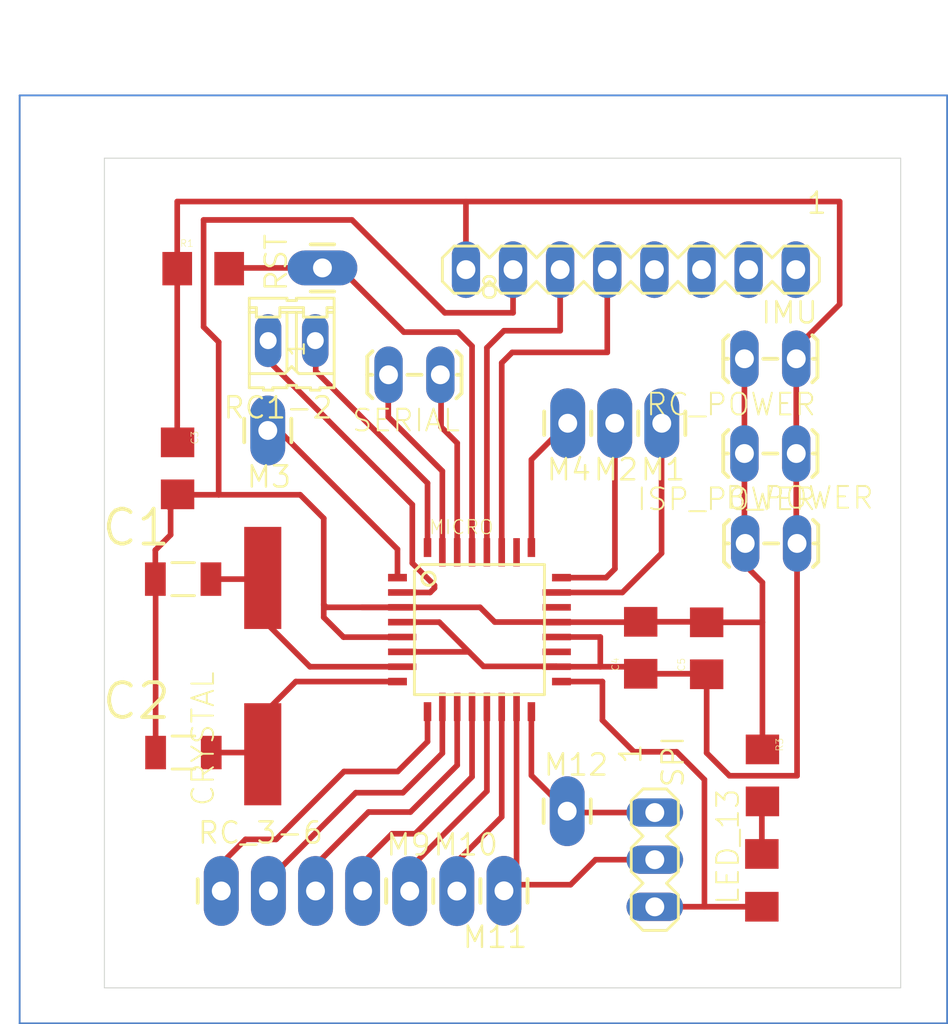
<source format=kicad_pcb>
(kicad_pcb (version 20211014) (generator pcbnew)
  (layers (0 "F.Cu" signal) (31 "B.Cu" signal) (34 "B.Paste" user) (35 "F.Paste" user) (36 "B.SilkS" user "B.Silkscreen") (37 "F.SilkS" user "F.Silkscreen") (38 "B.Mask" user) (39 "F.Mask" user) (44 "Edge.Cuts" user))
  (net 0 "")
  (net 1 "N$2")
  (net 2 "N$9")
  (net 3 "N$3")
  (net 4 "N$27")
  (net 5 "SCL")
  (net 6 "SDA")
  (net 7 "R1")
  (net 8 "R2")
  (net 9 "R3")
  (net 10 "R4")
  (net 11 "R5")
  (net 12 "MISO")
  (net 13 "MOSI")
  (net 14 "SCK")
  (net 15 "GND_B")
  (net 16 "N$25")
  (net 17 "VCC_B")
  (net 18 "R6")
  (net 19 "MA0")
  (net 20 "MA1")
  (net 21 "MA2")
  (net 22 "M3")
  (net 23 "M9")
  (net 24 "M10")
  (net 25 "RX")
  (net 26 "TX")
  (footprint "CAPC3216X178N" (layer "F.Cu") (at 183.3147 63.0664)
    (fp_text reference "C1" (at -4.4958 -1.6764) (layer "F.SilkS") (effects (font (size 1.87452 1.87452) (thickness 0.20828)) (justify left bottom)))
    (fp_text value "22pF")
    (fp_line (start 0.6096 -0.889) (end -0.6096 -0.889) (layer "F.SilkS") (width 0.1524))
    (fp_line (start -0.6096 0.889) (end 0.6096 0.889) (layer "F.SilkS") (width 0.1524))
    (pad "1" smd rect (at -1.4986 0) (size 1.1176 1.8034) (layers "F.Cu" "F.Paste" "F.Mask") (net 15 "GND_B"))
    (pad "2" smd rect (at 1.4986 0) (size 1.1176 1.8034) (layers "F.Cu" "F.Paste" "F.Mask") (net 1 "N$2"))
  )
  (footprint "1X04_LONGPADS" (layer "F.Cu") (at 185.3699 79.8688)
    (fp_text reference "RC_3-6" (at -1.3462 -2.4638) (layer "F.SilkS") (effects (font (size 1.143 1.143) (thickness 0.127)) (justify left bottom)))
    (fp_text value "")
    (fp_line (start -1.27 -0.635) (end -1.27 0.635) (layer "F.SilkS") (width 0.2032))
    (fp_line (start 8.89 -0.635) (end 8.89 0.635) (layer "F.SilkS") (width 0.2032))
    (pad "1" thru_hole oval (at 0 0 90) (size 3.7592 1.8796) (drill 1.016) (layers *.Cu *.Mask) (net 9 "R3"))
    (pad "2" thru_hole oval (at 2.54 0 90) (size 3.7592 1.8796) (drill 1.016) (layers *.Cu *.Mask) (net 10 "R4"))
    (pad "3" thru_hole oval (at 5.08 0 90) (size 3.7592 1.8796) (drill 1.016) (layers *.Cu *.Mask) (net 11 "R5"))
    (pad "4" thru_hole oval (at 7.62 0 90) (size 3.7592 1.8796) (drill 1.016) (layers *.Cu *.Mask) (net 18 "R6"))
  )
  (footprint "CAPC3216X178N" (layer "F.Cu") (at 183.329 72.4104)
    (fp_text reference "C2" (at -4.4958 -1.6764) (layer "F.SilkS") (effects (font (size 1.87452 1.87452) (thickness 0.20828)) (justify left bottom)))
    (fp_text value "22pF")
    (fp_line (start 0.6096 -0.889) (end -0.6096 -0.889) (layer "F.SilkS") (width 0.1524))
    (fp_line (start -0.6096 0.889) (end 0.6096 0.889) (layer "F.SilkS") (width 0.1524))
    (pad "1" smd rect (at -1.4986 0) (size 1.1176 1.8034) (layers "F.Cu" "F.Paste" "F.Mask") (net 15 "GND_B"))
    (pad "2" smd rect (at 1.4986 0) (size 1.1176 1.8034) (layers "F.Cu" "F.Paste" "F.Mask") (net 2 "N$9"))
  )
  (footprint "02P" (layer "F.Cu") (at 189.1665 50.2158 180)
    (fp_text reference "RC1-2" (at -2.286 -2.9464 180) (layer "F.SilkS") (effects (font (size 1.143 1.143) (thickness 0.127)) (justify right top)))
    (fp_text value "")
    (fp_text user "1" (at -0.762 -0.9398 270) (layer "F.SilkS") (effects (font (size 0.871728 0.871728) (thickness 0.118872)) (justify left bottom)))
    (fp_line (start 0.254 2.159) (end 0.254 2.286) (layer "F.SilkS") (width 0.1524))
    (fp_line (start -1.905 1.524) (end -2.286 1.524) (layer "F.SilkS") (width 0.1524))
    (fp_line (start 1.524 -2.54) (end 2.286 -2.54) (layer "F.SilkS") (width 0.1524))
    (fp_line (start 1.524 -2.54) (end 1.524 -2.667) (layer "F.SilkS") (width 0.1524))
    (fp_line (start 2.286 -1.778) (end 2.286 -2.54) (layer "F.SilkS") (width 0.1524))
    (fp_line (start 0.254 -2.413) (end 0.254 -2.54) (layer "F.SilkS") (width 0.1524))
    (fp_line (start 2.286 1.778) (end 1.905 1.778) (layer "F.SilkS") (width 0.1524))
    (fp_line (start -0.254 2.159) (end -0.254 2.286) (layer "F.SilkS") (width 0.1524))
    (fp_line (start 0.635 1.524) (end 0.635 1.27) (layer "F.SilkS") (width 0.1524))
    (fp_line (start 0 -1.397) (end 0.254 -1.651) (layer "F.SilkS") (width 0.1524))
    (fp_line (start -0.635 1.524) (end -0.635 1.27) (layer "F.SilkS") (width 0.1524))
    (fp_line (start 2.286 1.778) (end 2.286 2.286) (layer "F.SilkS") (width 0.1524))
    (fp_line (start -0.635 1.524) (end -0.254 1.524) (layer "F.SilkS") (width 0.1524))
    (fp_line (start 0.635 1.27) (end 1.905 1.27) (layer "F.SilkS") (width 0.1524))
    (fp_line (start -2.286 -1.778) (end -0.381 -1.778) (layer "F.SilkS") (width 0.1524))
    (fp_line (start -1.905 1.778) (end -1.905 1.524) (layer "F.SilkS") (width 0.1524))
    (fp_line (start -2.286 -2.54) (end -2.286 -1.778) (layer "F.SilkS") (width 0.1524))
    (fp_line (start -1.524 -2.54) (end -1.524 -2.667) (layer "F.SilkS") (width 0.1524))
    (fp_line (start -0.254 1.524) (end 0.254 1.524) (layer "F.SilkS") (width 0.1524))
    (fp_line (start 0.254 1.524) (end 0.254 -1.651) (layer "F.SilkS") (width 0.1524))
    (fp_line (start 1.905 1.524) (end 2.286 1.524) (layer "F.SilkS") (width 0.1524))
    (fp_line (start 2.286 1.524) (end 2.286 1.778) (layer "F.SilkS") (width 0.1524))
    (fp_line (start 2.286 2.286) (end 0.254 2.286) (layer "F.SilkS") (width 0.1524))
    (fp_line (start 0.254 -2.413) (end -0.254 -2.413) (layer "F.SilkS") (width 0.1524))
    (fp_line (start -1.016 -2.54) (end -1.016 -2.667) (layer "F.SilkS") (width 0.1524))
    (fp_line (start 0.254 2.159) (end -0.254 2.159) (layer "F.SilkS") (width 0.1524))
    (fp_line (start -2.286 -1.778) (end -2.286 1.524) (layer "F.SilkS") (width 0.1524))
    (fp_line (start 2.286 -1.778) (end 2.286 1.524) (layer "F.SilkS") (width 0.1524))
    (fp_line (start -2.286 1.524) (end -2.286 1.778) (layer "F.SilkS") (width 0.1524))
    (fp_line (start 0.254 -1.651) (end 0.381 -1.778) (layer "F.SilkS") (width 0.1524))
    (fp_line (start -2.286 -2.54) (end -1.524 -2.54) (layer "F.SilkS") (width 0.1524))
    (fp_line (start -0.254 -2.413) (end -0.254 -2.54) (layer "F.SilkS") (width 0.1524))
    (fp_line (start -0.254 2.286) (end -2.286 2.286) (layer "F.SilkS") (width 0.1524))
    (fp_line (start 0.254 -2.54) (end 1.016 -2.54) (layer "F.SilkS") (width 0.1524))
    (fp_line (start 1.905 1.778) (end 1.905 1.524) (layer "F.SilkS") (width 0.1524))
    (fp_line (start -2.286 1.778) (end -1.905 1.778) (layer "F.SilkS") (width 0.1524))
    (fp_line (start -0.635 1.778) (end 0.635 1.778) (layer "F.SilkS") (width 0.1524))
    (fp_line (start 0.635 1.778) (end 0.635 1.524) (layer "F.SilkS") (width 0.1524))
    (fp_line (start -2.286 1.778) (end -2.286 2.286) (layer "F.SilkS") (width 0.1524))
    (fp_line (start 0.381 -1.778) (end 2.286 -1.778) (layer "F.SilkS") (width 0.1524))
    (fp_line (start -0.254 -2.54) (end -1.016 -2.54) (layer "F.SilkS") (width 0.1524))
    (fp_line (start 0.254 1.524) (end 0.635 1.524) (layer "F.SilkS") (width 0.1524))
    (fp_line (start -0.635 1.778) (end -0.635 1.524) (layer "F.SilkS") (width 0.1524))
    (fp_line (start -1.905 1.27) (end -0.635 1.27) (layer "F.SilkS") (width 0.1524))
    (fp_line (start -0.381 -1.778) (end -0.254 -1.651) (layer "F.SilkS") (width 0.1524))
    (fp_line (start -0.254 1.524) (end -0.254 -1.651) (layer "F.SilkS") (width 0.1524))
    (fp_line (start -0.254 -1.651) (end 0 -1.397) (layer "F.SilkS") (width 0.1524))
    (fp_line (start 1.905 1.524) (end 1.905 1.27) (layer "F.SilkS") (width 0.1524))
    (fp_line (start 1.016 -2.54) (end 1.016 -2.667) (layer "F.SilkS") (width 0.1524))
    (fp_line (start -1.905 1.524) (end -1.905 1.27) (layer "F.SilkS") (width 0.1524))
    (fp_line (start -1.016 -2.667) (end -1.524 -2.667) (layer "F.SilkS") (width 0.1524))
    (fp_line (start 1.524 -2.667) (end 1.016 -2.667) (layer "F.SilkS") (width 0.1524))
    (pad "1" thru_hole oval (at -1.27 0 270) (size 2.8448 1.4224) (drill 0.9144) (layers *.Cu *.Mask) (net 7 "R1"))
    (pad "2" thru_hole oval (at 1.27 0 270) (size 2.8448 1.4224) (drill 0.9144) (layers *.Cu *.Mask) (net 8 "R2"))
  )
  (footprint "1X02_LOCK_LONGPADS" (layer "F.Cu") (at 213.7415 61.1432)
    (fp_text reference "B_POWER" (at -1.27 -1.778) (layer "F.SilkS") (effects (font (size 1.1684 1.1684) (thickness 0.1016)) (justify left bottom)))
    (fp_text value "")
    (fp_line (start 1.651 0) (end 0.889 0) (layer "F.SilkS") (width 0.2032))
    (fp_line (start 3.81 0) (end 3.81 -0.9906) (layer "F.SilkS") (width 0.2032))
    (fp_line (start 3.81 0) (end 3.81 0.9906) (layer "F.SilkS") (width 0.2032))
    (fp_line (start 3.81 0.9906) (end 3.5306 1.27) (layer "F.SilkS") (width 0.2032))
    (fp_line (start -1.27 -0.9906) (end -0.9906 -1.27) (layer "F.SilkS") (width 0.2032))
    (fp_line (start -1.27 0) (end -1.27 -0.9906) (layer "F.SilkS") (width 0.2032))
    (fp_line (start -1.27 0) (end -1.016 0) (layer "F.SilkS") (width 0.2032))
    (fp_line (start -1.27 0.9906) (end -0.9906 1.27) (layer "F.SilkS") (width 0.2032))
    (fp_line (start 3.81 0) (end 3.556 0) (layer "F.SilkS") (width 0.2032))
    (fp_line (start 3.81 -0.9906) (end 3.5306 -1.27) (layer "F.SilkS") (width 0.2032))
    (fp_line (start -1.27 0) (end -1.27 0.9906) (layer "F.SilkS") (width 0.2032))
    (pad "1" thru_hole oval (at -0.127 0 90) (size 3.048 1.524) (drill 1.016) (layers *.Cu *.Mask) (net 15 "GND_B"))
    (pad "2" thru_hole oval (at 2.667 0 90) (size 3.048 1.524) (drill 1.016) (layers *.Cu *.Mask) (net 17 "VCC_B"))
  )
  (footprint "1X02_LOCK_LONGPADS" (layer "F.Cu") (at 216.2399 56.2992 180)
    (fp_text reference "ISP_POWER" (at -1.27 -1.778 180) (layer "F.SilkS") (effects (font (size 1.1684 1.1684) (thickness 0.1016)) (justify right top)))
    (fp_text value "")
    (fp_line (start 3.81 0) (end 3.81 -0.9906) (layer "F.SilkS") (width 0.2032))
    (fp_line (start -1.27 0.9906) (end -0.9906 1.27) (layer "F.SilkS") (width 0.2032))
    (fp_line (start -1.27 0) (end -1.016 0) (layer "F.SilkS") (width 0.2032))
    (fp_line (start 3.81 -0.9906) (end 3.5306 -1.27) (layer "F.SilkS") (width 0.2032))
    (fp_line (start 3.81 0) (end 3.81 0.9906) (layer "F.SilkS") (width 0.2032))
    (fp_line (start -1.27 -0.9906) (end -0.9906 -1.27) (layer "F.SilkS") (width 0.2032))
    (fp_line (start 3.81 0) (end 3.556 0) (layer "F.SilkS") (width 0.2032))
    (fp_line (start -1.27 0) (end -1.27 -0.9906) (layer "F.SilkS") (width 0.2032))
    (fp_line (start -1.27 0) (end -1.27 0.9906) (layer "F.SilkS") (width 0.2032))
    (fp_line (start 1.651 0) (end 0.889 0) (layer "F.SilkS") (width 0.2032))
    (fp_line (start 3.81 0.9906) (end 3.5306 1.27) (layer "F.SilkS") (width 0.2032))
    (pad "1" thru_hole oval (at -0.127 0 270) (size 3.048 1.524) (drill 1.016) (layers *.Cu *.Mask) (net 17 "VCC_B"))
    (pad "2" thru_hole oval (at 2.667 0 270) (size 3.048 1.524) (drill 1.016) (layers *.Cu *.Mask) (net 15 "GND_B"))
  )
  (footprint "1206" (layer "F.Cu") (at 211.536 66.7933 90)
    (fp_text reference "C5" (at -1.27 -1.143 90) (layer "F.SilkS") (effects (font (size 0.373888 0.373888) (thickness 0.032512)) (justify left bottom)))
    (fp_text value "100nF")
    (pad "1" smd rect (at -1.4 0 90) (size 1.6 1.8) (layers "F.Cu" "F.Paste" "F.Mask") (net 17 "VCC_B"))
    (pad "2" smd rect (at 1.4 0 90) (size 1.6 1.8) (layers "F.Cu" "F.Paste" "F.Mask") (net 15 "GND_B"))
  )
  (footprint "1X01_LONGPAD" (layer "F.Cu") (at 204.0171 75.5704)
    (fp_text reference "M12" (at -1.3462 -1.8288) (layer "F.SilkS") (effects (font (size 1.143 1.143) (thickness 0.127)) (justify left bottom)))
    (fp_text value "M01PTH_LONGPAD")
    (fp_line (start -1.27 -0.635) (end -1.27 0.635) (layer "F.SilkS") (width 0.2032))
    (fp_line (start 1.27 -0.635) (end 1.27 0.635) (layer "F.SilkS") (width 0.2032))
    (pad "1" thru_hole oval (at 0 0 90) (size 3.7592 1.8796) (drill 1.016) (layers *.Cu *.Mask) (net 12 "MISO"))
  )
  (footprint "MA03-1" (layer "F.Cu") (at 208.7401 78.1834 -90)
    (fp_text reference "SPI" (at -3.81 -1.651 -90) (layer "F.SilkS") (effects (font (size 1.143 1.143) (thickness 0.127)) (justify left bottom)))
    (fp_text value "")
    (fp_text user "1" (at -5.08 0.635 -90) (layer "F.SilkS") (effects (font (size 1.143 1.143) (thickness 0.127)) (justify left bottom)))
    (fp_line (start 3.175 1.27) (end 1.905 1.27) (layer "F.SilkS") (width 0.1524))
    (fp_line (start -3.175 -1.27) (end -1.905 -1.27) (layer "F.SilkS") (width 0.1524))
    (fp_line (start 3.81 0.635) (end 3.175 1.27) (layer "F.SilkS") (width 0.1524))
    (fp_line (start -3.81 -0.635) (end -3.81 0.635) (layer "F.SilkS") (width 0.1524))
    (fp_line (start 3.175 -1.27) (end 3.81 -0.635) (layer "F.SilkS") (width 0.1524))
    (fp_line (start -1.27 -0.635) (end -0.635 -1.27) (layer "F.SilkS") (width 0.1524))
    (fp_line (start 3.81 -0.635) (end 3.81 0.635) (layer "F.SilkS") (width 0.1524))
    (fp_line (start 1.905 1.27) (end 1.27 0.635) (layer "F.SilkS") (width 0.1524))
    (fp_line (start 1.27 0.635) (end 0.635 1.27) (layer "F.SilkS") (width 0.1524))
    (fp_line (start -0.635 -1.27) (end 0.635 -1.27) (layer "F.SilkS") (width 0.1524))
    (fp_line (start -1.905 1.27) (end -3.175 1.27) (layer "F.SilkS") (width 0.1524))
    (fp_line (start -3.81 0.635) (end -3.175 1.27) (layer "F.SilkS") (width 0.1524))
    (fp_line (start -1.27 0.635) (end -1.905 1.27) (layer "F.SilkS") (width 0.1524))
    (fp_line (start 1.27 -0.635) (end 1.905 -1.27) (layer "F.SilkS") (width 0.1524))
    (fp_line (start 0.635 1.27) (end -0.635 1.27) (layer "F.SilkS") (width 0.1524))
    (fp_line (start -3.175 -1.27) (end -3.81 -0.635) (layer "F.SilkS") (width 0.1524))
    (fp_line (start -0.635 1.27) (end -1.27 0.635) (layer "F.SilkS") (width 0.1524))
    (fp_line (start -1.905 -1.27) (end -1.27 -0.635) (layer "F.SilkS") (width 0.1524))
    (fp_line (start 1.905 -1.27) (end 3.175 -1.27) (layer "F.SilkS") (width 0.1524))
    (fp_line (start 0.635 -1.27) (end 1.27 -0.635) (layer "F.SilkS") (width 0.1524))
    (pad "1" thru_hole oval (at -2.54 0) (size 3.048 1.524) (drill 1.016) (layers *.Cu *.Mask) (net 12 "MISO"))
    (pad "2" thru_hole oval (at 0 0) (size 3.048 1.524) (drill 1.016) (layers *.Cu *.Mask) (net 13 "MOSI"))
    (pad "3" thru_hole oval (at 2.54 0) (size 3.048 1.524) (drill 1.016) (layers *.Cu *.Mask) (net 14 "SCK"))
  )
  (footprint "1X01_LONGPAD" (layer "F.Cu") (at 198.069878 79.87441)
    (fp_text reference "M10" (at -1.3462 -1.8288) (layer "F.SilkS") (effects (font (size 1.143 1.143) (thickness 0.127)) (justify left bottom)))
    (fp_text value "M01PTH_LONGPAD")
    (fp_line (start -1.27 -0.635) (end -1.27 0.635) (layer "F.SilkS") (width 0.2032))
    (fp_line (start 1.27 -0.635) (end 1.27 0.635) (layer "F.SilkS") (width 0.2032))
    (pad "1" thru_hole oval (at 0 0 90) (size 3.7592 1.8796) (drill 1.016) (layers *.Cu *.Mask) (net 24 "M10"))
  )
  (footprint "1X01_LONGPAD" (layer "F.Cu") (at 190.8239 46.2992 90)
    (fp_text reference "RST" (at -1.3462 -1.8288 90) (layer "F.SilkS") (effects (font (size 1.143 1.143) (thickness 0.127)) (justify left bottom)))
    (fp_text value "M01PTH_LONGPAD")
    (fp_line (start -1.27 -0.635) (end -1.27 0.635) (layer "F.SilkS") (width 0.2032))
    (fp_line (start 1.27 -0.635) (end 1.27 0.635) (layer "F.SilkS") (width 0.2032))
    (pad "1" thru_hole oval (at 0 0 180) (size 3.7592 1.8796) (drill 1.016) (layers *.Cu *.Mask) (net 3 "N$3"))
  )
  (footprint "1X01_LONGPAD" (layer "F.Cu") (at 206.5823 54.6688 180)
    (fp_text reference "M2" (at -1.3462 -1.8288 180) (layer "F.SilkS") (effects (font (size 1.143 1.143) (thickness 0.127)) (justify right top)))
    (fp_text value "M01PTH_LONGPAD")
    (fp_line (start 1.27 -0.635) (end 1.27 0.635) (layer "F.SilkS") (width 0.2032))
    (fp_line (start -1.27 -0.635) (end -1.27 0.635) (layer "F.SilkS") (width 0.2032))
    (pad "1" thru_hole oval (at 0 0 270) (size 3.7592 1.8796) (drill 1.016) (layers *.Cu *.Mask) (net 20 "MA1"))
  )
  (footprint "1X01_LONGPAD" (layer "F.Cu") (at 200.6097 79.861 180)
    (fp_text reference "M11" (at -1.3462 -1.8288 180) (layer "F.SilkS") (effects (font (size 1.143 1.143) (thickness 0.127)) (justify right top)))
    (fp_text value "M01PTH_LONGPAD")
    (fp_line (start -1.27 -0.635) (end -1.27 0.635) (layer "F.SilkS") (width 0.2032))
    (fp_line (start 1.27 -0.635) (end 1.27 0.635) (layer "F.SilkS") (width 0.2032))
    (pad "1" thru_hole oval (at 0 0 270) (size 3.7592 1.8796) (drill 1.016) (layers *.Cu *.Mask) (net 13 "MOSI"))
  )
  (footprint "MA08-1" (layer "F.Cu") (at 207.4491 46.392 180)
    (fp_text reference "IMU" (at -10.16 -1.651 180) (layer "F.SilkS") (effects (font (size 1.143 1.143) (thickness 0.127)) (justify right top)))
    (fp_text value "")
    (fp_text user "1" (at -9.398 2.921 180) (layer "F.SilkS") (effects (font (size 1.143 1.143) (thickness 0.127)) (justify left bottom)))
    (fp_text user "8" (at 8.255 -1.651 180) (layer "F.SilkS") (effects (font (size 1.143 1.143) (thickness 0.127)) (justify left bottom)))
    (fp_line (start 5.08 0.635) (end 4.445 1.27) (layer "F.SilkS") (width 0.1524))
    (fp_line (start -7.62 0.635) (end -8.255 1.27) (layer "F.SilkS") (width 0.1524))
    (fp_line (start -0.635 -1.27) (end 0 -0.635) (layer "F.SilkS") (width 0.1524))
    (fp_line (start 10.16 0.635) (end 9.525 1.27) (layer "F.SilkS") (width 0.1524))
    (fp_line (start 4.445 -1.27) (end 5.08 -0.635) (layer "F.SilkS") (width 0.1524))
    (fp_line (start 8.255 -1.27) (end 9.525 -1.27) (layer "F.SilkS") (width 0.1524))
    (fp_line (start -5.08 0.635) (end -5.715 1.27) (layer "F.SilkS") (width 0.1524))
    (fp_line (start -10.16 -0.635) (end -10.16 0.635) (layer "F.SilkS") (width 0.1524))
    (fp_line (start 5.715 -1.27) (end 6.985 -1.27) (layer "F.SilkS") (width 0.1524))
    (fp_line (start 4.445 1.27) (end 3.175 1.27) (layer "F.SilkS") (width 0.1524))
    (fp_line (start 3.175 -1.27) (end 4.445 -1.27) (layer "F.SilkS") (width 0.1524))
    (fp_line (start 9.525 1.27) (end 8.255 1.27) (layer "F.SilkS") (width 0.1524))
    (fp_line (start -8.255 1.27) (end -9.525 1.27) (layer "F.SilkS") (width 0.1524))
    (fp_line (start -5.08 -0.635) (end -4.445 -1.27) (layer "F.SilkS") (width 0.1524))
    (fp_line (start -1.905 -1.27) (end -0.635 -1.27) (layer "F.SilkS") (width 0.1524))
    (fp_line (start 1.905 -1.27) (end 2.54 -0.635) (layer "F.SilkS") (width 0.1524))
    (fp_line (start -2.54 0.635) (end -3.175 1.27) (layer "F.SilkS") (width 0.1524))
    (fp_line (start 5.08 -0.635) (end 5.715 -1.27) (layer "F.SilkS") (width 0.1524))
    (fp_line (start 7.62 0.635) (end 6.985 1.27) (layer "F.SilkS") (width 0.1524))
    (fp_line (start -10.16 0.635) (end -9.525 1.27) (layer "F.SilkS") (width 0.1524))
    (fp_line (start -5.715 -1.27) (end -5.08 -0.635) (layer "F.SilkS") (width 0.1524))
    (fp_line (start 8.255 -1.27) (end 7.62 -0.635) (layer "F.SilkS") (width 0.1524))
    (fp_line (start -3.175 -1.27) (end -2.54 -0.635) (layer "F.SilkS") (width 0.1524))
    (fp_line (start 0 0.635) (end 0.635 1.27) (layer "F.SilkS") (width 0.1524))
    (fp_line (start 6.985 1.27) (end 5.715 1.27) (layer "F.SilkS") (width 0.1524))
    (fp_line (start -2.54 0.635) (end -1.905 1.27) (layer "F.SilkS") (width 0.1524))
    (fp_line (start 10.16 -0.635) (end 10.16 0.635) (layer "F.SilkS") (width 0.1524))
    (fp_line (start 2.54 0.635) (end 1.905 1.27) (layer "F.SilkS") (width 0.1524))
    (fp_line (start 0.635 -1.27) (end 0 -0.635) (layer "F.SilkS") (width 0.1524))
    (fp_line (start 2.54 -0.635) (end 3.175 -1.27) (layer "F.SilkS") (width 0.1524))
    (fp_line (start -7.62 -0.635) (end -6.985 -1.27) (layer "F.SilkS") (width 0.1524))
    (fp_line (start -9.525 -1.27) (end -8.255 -1.27) (layer "F.SilkS") (width 0.1524))
    (fp_line (start 3.175 1.27) (end 2.54 0.635) (layer "F.SilkS") (width 0.1524))
    (fp_line (start -6.985 -1.27) (end -5.715 -1.27) (layer "F.SilkS") (width 0.1524))
    (fp_line (start -4.445 -1.27) (end -3.175 -1.27) (layer "F.SilkS") (width 0.1524))
    (fp_line (start -8.255 -1.27) (end -7.62 -0.635) (layer "F.SilkS") (width 0.1524))
    (fp_line (start 5.715 1.27) (end 5.08 0.635) (layer "F.SilkS") (width 0.1524))
    (fp_line (start -0.635 1.27) (end -1.905 1.27) (layer "F.SilkS") (width 0.1524))
    (fp_line (start 7.62 0.635) (end 8.255 1.27) (layer "F.SilkS") (width 0.1524))
    (fp_line (start 0 0.635) (end -0.635 1.27) (layer "F.SilkS") (width 0.1524))
    (fp_line (start -3.175 1.27) (end -4.445 1.27) (layer "F.SilkS") (width 0.1524))
    (fp_line (start 0.635 -1.27) (end 1.905 -1.27) (layer "F.SilkS") (width 0.1524))
    (fp_line (start -9.525 -1.27) (end -10.16 -0.635) (layer "F.SilkS") (width 0.1524))
    (fp_line (start -5.715 1.27) (end -6.985 1.27) (layer "F.SilkS") (width 0.1524))
    (fp_line (start -4.445 1.27) (end -5.08 0.635) (layer "F.SilkS") (width 0.1524))
    (fp_line (start -1.905 -1.27) (end -2.54 -0.635) (layer "F.SilkS") (width 0.1524))
    (fp_line (start 6.985 -1.27) (end 7.62 -0.635) (layer "F.SilkS") (width 0.1524))
    (fp_line (start 9.525 -1.27) (end 10.16 -0.635) (layer "F.SilkS") (width 0.1524))
    (fp_line (start -6.985 1.27) (end -7.62 0.635) (layer "F.SilkS") (width 0.1524))
    (fp_line (start 1.905 1.27) (end 0.635 1.27) (layer "F.SilkS") (width 0.1524))
    (pad "1" thru_hole oval (at -8.89 0 270) (size 3.048 1.524) (drill 1.016) (layers *.Cu *.Mask))
    (pad "2" thru_hole oval (at -6.35 0 270) (size 3.048 1.524) (drill 1.016) (layers *.Cu *.Mask))
    (pad "3" thru_hole oval (at -3.81 0 270) (size 3.048 1.524) (drill 1.016) (layers *.Cu *.Mask))
    (pad "4" thru_hole oval (at -1.27 0 270) (size 3.048 1.524) (drill 1.016) (layers *.Cu *.Mask))
    (pad "5" thru_hole oval (at 1.27 0 270) (size 3.048 1.524) (drill 1.016) (layers *.Cu *.Mask) (net 6 "SDA"))
    (pad "6" thru_hole oval (at 3.81 0 270) (size 3.048 1.524) (drill 1.016) (layers *.Cu *.Mask) (net 5 "SCL"))
    (pad "7" thru_hole oval (at 6.35 0 270) (size 3.048 1.524) (drill 1.016) (layers *.Cu *.Mask) (net 15 "GND_B"))
    (pad "8" thru_hole oval (at 8.89 0 270) (size 3.048 1.524) (drill 1.016) (layers *.Cu *.Mask) (net 17 "VCC_B"))
  )
  (footprint "1206" (layer "F.Cu") (at 214.511203 79.2954 90)
    (fp_text reference "LED_13" (at -1.397 -1.143 90) (layer "F.SilkS") (effects (font (size 1.1684 1.1684) (thickness 0.1016)) (justify left bottom)))
    (fp_text value "YELLOW")
    (pad "1" smd rect (at -1.422 0 90) (size 1.6 1.803) (layers "F.Cu" "F.Paste" "F.Mask") (net 14 "SCK"))
    (pad "2" smd rect (at 1.422 0 90) (size 1.6 1.803) (layers "F.Cu" "F.Paste" "F.Mask") (net 4 "N$27"))
  )
  (footprint "1X01_LONGPAD" (layer "F.Cu") (at 209.1171 54.6688 180)
    (fp_text reference "M1" (at -1.3462 -1.8288 180) (layer "F.SilkS") (effects (font (size 1.143 1.143) (thickness 0.127)) (justify right top)))
    (fp_text value "M01PTH_LONGPAD")
    (fp_line (start 1.27 -0.635) (end 1.27 0.635) (layer "F.SilkS") (width 0.2032))
    (fp_line (start -1.27 -0.635) (end -1.27 0.635) (layer "F.SilkS") (width 0.2032))
    (pad "1" thru_hole oval (at 0 0 270) (size 3.7592 1.8796) (drill 1.016) (layers *.Cu *.Mask) (net 19 "MA0"))
  )
  (footprint "1X01_LONGPAD" (layer "F.Cu") (at 187.877106 55.056513 180)
    (fp_text reference "M3" (at -1.3462 -1.8288 180) (layer "F.SilkS") (effects (font (size 1.143 1.143) (thickness 0.127)) (justify right top)))
    (fp_text value "M01PTH_LONGPAD")
    (fp_line (start -1.27 -0.635) (end -1.27 0.635) (layer "F.SilkS") (width 0.2032))
    (fp_line (start 1.27 -0.635) (end 1.27 0.635) (layer "F.SilkS") (width 0.2032))
    (pad "1" thru_hole oval (at 0 0 270) (size 3.7592 1.8796) (drill 1.016) (layers *.Cu *.Mask) (net 22 "M3"))
  )
  (footprint "CSM-7X-DU" (layer "F.Cu") (at 187.6057 67.7527 90)
    (fp_text reference "CRYSTAL" (at -7.6288 -2.5334 90) (layer "F.SilkS") (effects (font (size 1.1684 1.1684) (thickness 0.1016)) (justify left bottom)))
    (fp_text value "16Mhz")
    (pad "1" smd rect (at -4.75 0 90) (size 5.5 2) (layers "F.Cu" "F.Paste" "F.Mask") (net 2 "N$9"))
    (pad "2" smd rect (at 4.75 0 90) (size 5.5 2) (layers "F.Cu" "F.Paste" "F.Mask") (net 1 "N$2"))
  )
  (footprint "1206" (layer "F.Cu") (at 214.5432 73.6427 -90)
    (fp_text reference "R3" (at -1.27 -1.143 -90) (layer "F.SilkS") (effects (font (size 0.373888 0.373888) (thickness 0.032512)) (justify left bottom)))
    (fp_text value "499")
    (pad "1" smd rect (at -1.4 0 270) (size 1.6 1.8) (layers "F.Cu" "F.Paste" "F.Mask") (net 15 "GND_B"))
    (pad "2" smd rect (at 1.4 0 270) (size 1.6 1.8) (layers "F.Cu" "F.Paste" "F.Mask") (net 4 "N$27"))
  )
  (footprint "1X02_LOCK_LONGPADS" (layer "F.Cu") (at 216.2399 51.1948 180)
    (fp_text reference "RC_POWER" (at -1.27 -1.778 180) (layer "F.SilkS") (effects (font (size 1.1684 1.1684) (thickness 0.1016)) (justify right top)))
    (fp_text value "")
    (fp_line (start 3.81 -0.9906) (end 3.5306 -1.27) (layer "F.SilkS") (width 0.2032))
    (fp_line (start 3.81 0) (end 3.81 0.9906) (layer "F.SilkS") (width 0.2032))
    (fp_line (start 3.81 0) (end 3.81 -0.9906) (layer "F.SilkS") (width 0.2032))
    (fp_line (start 3.81 0) (end 3.556 0) (layer "F.SilkS") (width 0.2032))
    (fp_line (start -1.27 0) (end -1.27 -0.9906) (layer "F.SilkS") (width 0.2032))
    (fp_line (start -1.27 0) (end -1.27 0.9906) (layer "F.SilkS") (width 0.2032))
    (fp_line (start -1.27 0.9906) (end -0.9906 1.27) (layer "F.SilkS") (width 0.2032))
    (fp_line (start 3.81 0.9906) (end 3.5306 1.27) (layer "F.SilkS") (width 0.2032))
    (fp_line (start -1.27 0) (end -1.016 0) (layer "F.SilkS") (width 0.2032))
    (fp_line (start -1.27 -0.9906) (end -0.9906 -1.27) (layer "F.SilkS") (width 0.2032))
    (fp_line (start 1.651 0) (end 0.889 0) (layer "F.SilkS") (width 0.2032))
    (pad "1" thru_hole oval (at -0.127 0 270) (size 3.048 1.524) (drill 1.016) (layers *.Cu *.Mask) (net 17 "VCC_B"))
    (pad "2" thru_hole oval (at 2.667 0 270) (size 3.048 1.524) (drill 1.016) (layers *.Cu *.Mask) (net 15 "GND_B"))
  )
  (footprint "1206" (layer "F.Cu") (at 183.0147 57.0986 -90)
    (fp_text reference "C3" (at -1.27 -1.143 -90) (layer "F.SilkS") (effects (font (size 0.373888 0.373888) (thickness 0.032512)) (justify left bottom)))
    (fp_text value "10uF")
    (pad "1" smd rect (at -1.4 0 270) (size 1.6 1.8) (layers "F.Cu" "F.Paste" "F.Mask") (net 17 "VCC_B"))
    (pad "2" smd rect (at 1.4 0 270) (size 1.6 1.8) (layers "F.Cu" "F.Paste" "F.Mask") (net 15 "GND_B"))
  )
  (footprint "1206" (layer "F.Cu") (at 184.3963 46.3389)
    (fp_text reference "R1" (at -1.27 -1.143) (layer "F.SilkS") (effects (font (size 0.373888 0.373888) (thickness 0.032512)) (justify left bottom)))
    (fp_text value "10k")
    (pad "1" smd rect (at -1.4 0) (size 1.6 1.8) (layers "F.Cu" "F.Paste" "F.Mask") (net 17 "VCC_B"))
    (pad "2" smd rect (at 1.4 0) (size 1.6 1.8) (layers "F.Cu" "F.Paste" "F.Mask") (net 3 "N$3"))
  )
  (footprint "1X01_LONGPAD" (layer "F.Cu") (at 195.528915 79.87776)
    (fp_text reference "M9" (at -1.3462 -1.8288) (layer "F.SilkS") (effects (font (size 1.143 1.143) (thickness 0.127)) (justify left bottom)))
    (fp_text value "M01PTH_LONGPAD")
    (fp_line (start -1.27 -0.635) (end -1.27 0.635) (layer "F.SilkS") (width 0.2032))
    (fp_line (start 1.27 -0.635) (end 1.27 0.635) (layer "F.SilkS") (width 0.2032))
    (pad "1" thru_hole oval (at 0 0 90) (size 3.7592 1.8796) (drill 1.016) (layers *.Cu *.Mask) (net 23 "M9"))
  )
  (footprint "TQFP32-08" (layer "F.Cu") (at 199.2884 65.786)
    (fp_text reference "MICRO" (at -2.7686 -5.08) (layer "F.SilkS") (effects (font (size 0.747776 0.747776) (thickness 0.065024)) (justify left bottom)))
    (fp_text value "ATMEGA328P-AU")
    (fp_line (start 3.505 3.505) (end -3.505 3.505) (layer "F.SilkS") (width 0.1524))
    (fp_line (start -3.15 -3.505) (end 3.505 -3.505) (layer "F.SilkS") (width 0.1524))
    (fp_line (start 3.505 -3.505) (end 3.505 3.505) (layer "F.SilkS") (width 0.1524))
    (fp_line (start -3.15 -3.505) (end -3.505 -3.15) (layer "F.SilkS") (width 0.1524))
    (fp_line (start -3.505 3.505) (end -3.505 -3.15) (layer "F.SilkS") (width 0.1524))
    (fp_circle (center -2.7432 -2.7432) (end -2.384 -2.7432) (layer "F.SilkS") (width 0.1524) (fill none))
    (pad "1" smd rect (at -4.4196 -2.8) (size 1.016 0.4064) (layers "F.Cu" "F.Paste" "F.Mask") (net 22 "M3"))
    (pad "2" smd rect (at -4.1656 -2) (size 1.524 0.3556) (layers "F.Cu" "F.Paste" "F.Mask") (net 8 "R2"))
    (pad "3" smd rect (at -4.1656 -1.2) (size 1.524 0.3556) (layers "F.Cu" "F.Paste" "F.Mask") (net 15 "GND_B"))
    (pad "4" smd rect (at -4.1656 -0.4) (size 1.524 0.3556) (layers "F.Cu" "F.Paste" "F.Mask") (net 17 "VCC_B"))
    (pad "5" smd rect (at -4.1656 0.4) (size 1.524 0.3556) (layers "F.Cu" "F.Paste" "F.Mask") (net 15 "GND_B"))
    (pad "6" smd rect (at -4.1656 1.2) (size 1.524 0.3556) (layers "F.Cu" "F.Paste" "F.Mask") (net 17 "VCC_B"))
    (pad "7" smd rect (at -4.1656 2) (size 1.524 0.3556) (layers "F.Cu" "F.Paste" "F.Mask") (net 1 "N$2"))
    (pad "8" smd rect (at -4.4196 2.8) (size 1.016 0.4064) (layers "F.Cu" "F.Paste" "F.Mask") (net 2 "N$9"))
    (pad "9" smd rect (at -2.8 4.4196) (size 0.4064 1.016) (layers "F.Cu" "F.Paste" "F.Mask") (net 9 "R3"))
    (pad "10" smd rect (at -2 4.1656) (size 0.3556 1.524) (layers "F.Cu" "F.Paste" "F.Mask") (net 10 "R4"))
    (pad "11" smd rect (at -1.2 4.1656) (size 0.3556 1.524) (layers "F.Cu" "F.Paste" "F.Mask") (net 11 "R5"))
    (pad "12" smd rect (at -0.4 4.1656) (size 0.3556 1.524) (layers "F.Cu" "F.Paste" "F.Mask") (net 18 "R6"))
    (pad "13" smd rect (at 0.4 4.1656) (size 0.3556 1.524) (layers "F.Cu" "F.Paste" "F.Mask") (net 23 "M9"))
    (pad "14" smd rect (at 1.2 4.1656) (size 0.3556 1.524) (layers "F.Cu" "F.Paste" "F.Mask") (net 24 "M10"))
    (pad "15" smd rect (at 2 4.1656) (size 0.3556 1.524) (layers "F.Cu" "F.Paste" "F.Mask") (net 13 "MOSI"))
    (pad "16" smd rect (at 2.8 4.4196) (size 0.4064 1.016) (layers "F.Cu" "F.Paste" "F.Mask") (net 12 "MISO"))
    (pad "17" smd rect (at 4.4196 2.8) (size 1.016 0.4064) (layers "F.Cu" "F.Paste" "F.Mask") (net 14 "SCK"))
    (pad "18" smd rect (at 4.1656 2) (size 1.524 0.3556) (layers "F.Cu" "F.Paste" "F.Mask") (net 17 "VCC_B"))
    (pad "19" smd rect (at 4.1656 1.2) (size 1.524 0.3556) (layers "F.Cu" "F.Paste" "F.Mask"))
    (pad "20" smd rect (at 4.1656 0.4) (size 1.524 0.3556) (layers "F.Cu" "F.Paste" "F.Mask") (net 17 "VCC_B"))
    (pad "21" smd rect (at 4.1656 -0.4) (size 1.524 0.3556) (layers "F.Cu" "F.Paste" "F.Mask") (net 15 "GND_B"))
    (pad "22" smd rect (at 4.1656 -1.2) (size 1.524 0.3556) (layers "F.Cu" "F.Paste" "F.Mask"))
    (pad "23" smd rect (at 4.1656 -2) (size 1.524 0.3556) (layers "F.Cu" "F.Paste" "F.Mask") (net 19 "MA0"))
    (pad "24" smd rect (at 4.4196 -2.8) (size 1.016 0.4064) (layers "F.Cu" "F.Paste" "F.Mask") (net 20 "MA1"))
    (pad "25" smd rect (at 2.8 -4.4196) (size 0.4064 1.016) (layers "F.Cu" "F.Paste" "F.Mask") (net 21 "MA2"))
    (pad "26" smd rect (at 2 -4.1656) (size 0.3556 1.524) (layers "F.Cu" "F.Paste" "F.Mask"))
    (pad "27" smd rect (at 1.2 -4.1656) (size 0.3556 1.524) (layers "F.Cu" "F.Paste" "F.Mask") (net 6 "SDA"))
    (pad "28" smd rect (at 0.4 -4.1656) (size 0.3556 1.524) (layers "F.Cu" "F.Paste" "F.Mask") (net 5 "SCL"))
    (pad "29" smd rect (at -0.4 -4.1656) (size 0.3556 1.524) (layers "F.Cu" "F.Paste" "F.Mask") (net 3 "N$3"))
    (pad "30" smd rect (at -1.2 -4.1656) (size 0.3556 1.524) (layers "F.Cu" "F.Paste" "F.Mask") (net 25 "RX"))
    (pad "31" smd rect (at -2 -4.1656) (size 0.3556 1.524) (layers "F.Cu" "F.Paste" "F.Mask") (net 26 "TX"))
    (pad "32" smd rect (at -2.8 -4.4196) (size 0.4064 1.016) (layers "F.Cu" "F.Paste" "F.Mask") (net 7 "R1"))
  )
  (footprint "1206" (layer "F.Cu") (at 207.981 66.7663 90)
    (fp_text reference "C4" (at -1.27 -1.143 90) (layer "F.SilkS") (effects (font (size 0.373888 0.373888) (thickness 0.032512)) (justify left bottom)))
    (fp_text value "1uF")
    (pad "1" smd rect (at -1.4 0 90) (size 1.6 1.8) (layers "F.Cu" "F.Paste" "F.Mask") (net 17 "VCC_B"))
    (pad "2" smd rect (at 1.4 0 90) (size 1.6 1.8) (layers "F.Cu" "F.Paste" "F.Mask") (net 15 "GND_B"))
  )
  (footprint "1X01_LONGPAD" (layer "F.Cu") (at 204.0475 54.6688 180)
    (fp_text reference "M4" (at -1.3462 -1.8288 180) (layer "F.SilkS") (effects (font (size 1.143 1.143) (thickness 0.127)) (justify right top)))
    (fp_text value "M01PTH_LONGPAD")
    (fp_line (start -1.27 -0.635) (end -1.27 0.635) (layer "F.SilkS") (width 0.2032))
    (fp_line (start 1.27 -0.635) (end 1.27 0.635) (layer "F.SilkS") (width 0.2032))
    (pad "1" thru_hole oval (at 0 0 270) (size 3.7592 1.8796) (drill 1.016) (layers *.Cu *.Mask) (net 21 "MA2"))
  )
  (footprint "1X02_LOCK_LONGPADS" (layer "F.Cu") (at 197.0533 52.0567 180)
    (fp_text reference "SERIAL" (at -1.27 -1.778 180) (layer "F.SilkS") (effects (font (size 1.1684 1.1684) (thickness 0.1016)) (justify right top)))
    (fp_text value "")
    (fp_line (start -1.27 0) (end -1.27 0.9906) (layer "F.SilkS") (width 0.2032))
    (fp_line (start 3.81 -0.9906) (end 3.5306 -1.27) (layer "F.SilkS") (width 0.2032))
    (fp_line (start 3.81 0) (end 3.556 0) (layer "F.SilkS") (width 0.2032))
    (fp_line (start -1.27 0.9906) (end -0.9906 1.27) (layer "F.SilkS") (width 0.2032))
    (fp_line (start 3.81 0) (end 3.81 0.9906) (layer "F.SilkS") (width 0.2032))
    (fp_line (start -1.27 -0.9906) (end -0.9906 -1.27) (layer "F.SilkS") (width 0.2032))
    (fp_line (start 3.81 0) (end 3.81 -0.9906) (layer "F.SilkS") (width 0.2032))
    (fp_line (start -1.27 0) (end -1.27 -0.9906) (layer "F.SilkS") (width 0.2032))
    (fp_line (start 3.81 0.9906) (end 3.5306 1.27) (layer "F.SilkS") (width 0.2032))
    (fp_line (start 1.651 0) (end 0.889 0) (layer "F.SilkS") (width 0.2032))
    (fp_line (start -1.27 0) (end -1.016 0) (layer "F.SilkS") (width 0.2032))
    (pad "1" thru_hole oval (at -0.127 0 270) (size 3.048 1.524) (drill 1.016) (layers *.Cu *.Mask) (net 25 "RX"))
    (pad "2" thru_hole oval (at 2.667 0 270) (size 3.048 1.524) (drill 1.016) (layers *.Cu *.Mask) (net 26 "TX"))
  )
  (gr_line (start 179.07 40.386) (end 179.07 85.09) (layer "Edge.Cuts") (width 0.05))
  (gr_line (start 221.996 40.386) (end 179.07 40.386) (layer "Edge.Cuts") (width 0.05))
  (gr_line (start 179.07 85.09) (end 221.996 85.09) (layer "Edge.Cuts") (width 0.05))
  (gr_line (start 221.996 85.09) (end 221.996 40.386) (layer "Edge.Cuts") (width 0.05))
  (segment (start 187.6425 63.0395) (end 187.6057 63.0027) (width 0.3048) (layer "F.Cu") (net 1))
  (segment (start 187.6057 63.0664) (end 187.6057 63.0027) (width 0.3048) (layer "F.Cu") (net 1))
  (segment (start 187.6425 65.278) (end 187.6425 63.0395) (width 0.3048) (layer "F.Cu") (net 1))
  (segment (start 184.8133 63.0664) (end 187.6057 63.0664) (width 0.3048) (layer "F.Cu") (net 1))
  (segment (start 190.1505 67.786) (end 187.6425 65.278) (width 0.3048) (layer "F.Cu") (net 1))
  (segment (start 195.1228 67.786) (end 190.1505 67.786) (width 0.3048) (layer "F.Cu") (net 1))
  (segment (start 184.8276 72.4104) (end 187.6057 72.4104) (width 0.3048) (layer "F.Cu") (net 2))
  (segment (start 187.6057 72.4104) (end 187.6057 72.5027) (width 0.3048) (layer "F.Cu") (net 2))
  (segment (start 187.6425 70.3326) (end 187.6425 72.4659) (width 0.3048) (layer "F.Cu") (net 2))
  (segment (start 194.8688 68.586) (end 189.3891 68.586) (width 0.3048) (layer "F.Cu") (net 2))
  (segment (start 189.3891 68.586) (end 187.6425 70.3326) (width 0.3048) (layer "F.Cu") (net 2))
  (segment (start 187.6425 72.4659) (end 187.6057 72.5027) (width 0.3048) (layer "F.Cu") (net 2))
  (segment (start 191.7573 46.3042) (end 190.8289 46.3042) (width 0.3048) (layer "F.Cu") (net 3))
  (segment (start 190.8289 46.3042) (end 190.8239 46.2992) (width 0.3048) (layer "F.Cu") (net 3))
  (segment (start 198.8884 61.6204) (end 198.8884 50.5143) (width 0.3048) (layer "F.Cu") (net 3))
  (segment (start 195.2117 49.7586) (end 191.7573 46.3042) (width 0.3048) (layer "F.Cu") (net 3))
  (segment (start 198.8884 50.5143) (end 198.1327 49.7586) (width 0.3048) (layer "F.Cu") (net 3))
  (segment (start 185.7963 46.3389) (end 185.7963 46.2992) (width 0.3048) (layer "F.Cu") (net 3))
  (segment (start 198.1327 49.7586) (end 195.2117 49.7586) (width 0.3048) (layer "F.Cu") (net 3))
  (segment (start 185.7963 46.2992) (end 190.8239 46.2992) (width 0.3048) (layer "F.Cu") (net 3))
  (segment (start 214.511203 75.0427) (end 214.511203 77.8734) (width 0.3048) (layer "F.Cu") (net 4))
  (segment (start 214.5432 75.0427) (end 214.511203 75.0427) (width 0.3048) (layer "F.Cu") (net 4))
  (segment (start 203.6391 49.6824) (end 203.6391 46.392) (width 0.3048) (layer "F.Cu") (net 5))
  (segment (start 199.6884 50.6022) (end 200.6082 49.6824) (width 0.3048) (layer "F.Cu") (net 5))
  (segment (start 200.6082 49.6824) (end 203.6391 49.6824) (width 0.3048) (layer "F.Cu") (net 5))
  (segment (start 199.6884 61.6204) (end 199.6884 50.6022) (width 0.3048) (layer "F.Cu") (net 5))
  (segment (start 206.2099 46.392) (end 206.1791 46.392) (width 0.3048) (layer "F.Cu") (net 6))
  (segment (start 201.0537 50.8508) (end 206.1791 50.8508) (width 0.3048) (layer "F.Cu") (net 6))
  (segment (start 200.4884 51.4161) (end 201.0537 50.8508) (width 0.3048) (layer "F.Cu") (net 6))
  (segment (start 206.1791 50.8508) (end 206.1791 46.392) (width 0.3048) (layer "F.Cu") (net 6))
  (segment (start 200.4884 61.6204) (end 200.4884 51.4161) (width 0.3048) (layer "F.Cu") (net 6))
  (segment (start 196.4884 57.8933) (end 190.4619 51.8668) (width 0.3048) (layer "F.Cu") (net 7))
  (segment (start 190.4619 50.2158) (end 190.4365 50.2158) (width 0.3048) (layer "F.Cu") (net 7))
  (segment (start 196.4884 61.3664) (end 196.4884 57.8933) (width 0.3048) (layer "F.Cu") (net 7))
  (segment (start 190.4619 51.8668) (end 190.4619 50.2158) (width 0.3048) (layer "F.Cu") (net 7))
  (segment (start 196.6275 63.786) (end 196.8627 63.5508) (width 0.3048) (layer "F.Cu") (net 8))
  (segment (start 196.8627 63.5508) (end 196.8627 63.3984) (width 0.3048) (layer "F.Cu") (net 8))
  (segment (start 195.6689 59.055) (end 187.9219 51.308) (width 0.3048) (layer "F.Cu") (net 8))
  (segment (start 195.1228 63.786) (end 196.6275 63.786) (width 0.3048) (layer "F.Cu") (net 8))
  (segment (start 196.8627 63.3984) (end 195.6689 62.2046) (width 0.3048) (layer "F.Cu") (net 8))
  (segment (start 195.6689 62.2046) (end 195.6689 59.055) (width 0.3048) (layer "F.Cu") (net 8))
  (segment (start 187.9219 51.308) (end 187.9219 50.2158) (width 0.3048) (layer "F.Cu") (net 8))
  (segment (start 187.9219 50.2158) (end 187.8965 50.2158) (width 0.3048) (layer "F.Cu") (net 8))
  (segment (start 196.4884 70.2056) (end 196.4884 71.8245) (width 0.3048) (layer "F.Cu") (net 9))
  (segment (start 188.3283 77.089) (end 186.6773 77.089) (width 0.3048) (layer "F.Cu") (net 9))
  (segment (start 185.3819 78.3844) (end 185.3819 79.8568) (width 0.3048) (layer "F.Cu") (net 9))
  (segment (start 191.9859 73.4314) (end 188.3283 77.089) (width 0.3048) (layer "F.Cu") (net 9))
  (segment (start 194.8815 73.4314) (end 191.9859 73.4314) (width 0.3048) (layer "F.Cu") (net 9))
  (segment (start 196.4884 71.8245) (end 194.8815 73.4314) (width 0.3048) (layer "F.Cu") (net 9))
  (segment (start 185.3819 79.8568) (end 185.3699 79.8688) (width 0.3048) (layer "F.Cu") (net 9))
  (segment (start 186.6773 77.089) (end 185.3819 78.3844) (width 0.3048) (layer "F.Cu") (net 9))
  (segment (start 192.6209 74.5744) (end 188.2013 78.994) (width 0.3048) (layer "F.Cu") (net 10))
  (segment (start 188.2013 79.5774) (end 187.9099 79.8688) (width 0.3048) (layer "F.Cu") (net 10))
  (segment (start 188.2013 78.994) (end 188.2013 79.5774) (width 0.3048) (layer "F.Cu") (net 10))
  (segment (start 195.1609 74.5744) (end 192.6209 74.5744) (width 0.3048) (layer "F.Cu") (net 10))
  (segment (start 197.2884 72.4469) (end 195.1609 74.5744) (width 0.3048) (layer "F.Cu") (net 10))
  (segment (start 197.2884 69.9516) (end 197.2884 72.4469) (width 0.3048) (layer "F.Cu") (net 10))
  (segment (start 193.3067 75.6158) (end 190.6143 78.3082) (width 0.3048) (layer "F.Cu") (net 11))
  (segment (start 190.6143 78.3082) (end 190.6143 79.7044) (width 0.3048) (layer "F.Cu") (net 11))
  (segment (start 198.0884 69.9516) (end 198.0884 73.0947) (width 0.3048) (layer "F.Cu") (net 11))
  (segment (start 190.6143 79.7044) (end 190.4499 79.8688) (width 0.3048) (layer "F.Cu") (net 11))
  (segment (start 195.5673 75.6158) (end 193.3067 75.6158) (width 0.3048) (layer "F.Cu") (net 11))
  (segment (start 198.0884 73.0947) (end 195.5673 75.6158) (width 0.3048) (layer "F.Cu") (net 11))
  (segment (start 202.0884 73.6417) (end 204.0171 75.5704) (width 0.3048) (layer "F.Cu") (net 12))
  (segment (start 202.0884 70.2056) (end 202.0884 73.6417) (width 0.3048) (layer "F.Cu") (net 12))
  (segment (start 204.0901 75.6434) (end 204.0171 75.5704) (width 0.3048) (layer "F.Cu") (net 12))
  (segment (start 208.7401 75.6434) (end 204.0901 75.6434) (width 0.3048) (layer "F.Cu") (net 12))
  (segment (start 200.9399 79.5308) (end 200.6097 79.861) (width 0.3048) (layer "F.Cu") (net 13))
  (segment (start 201.2884 69.9516) (end 201.2884 79.861) (width 0.3048) (layer "F.Cu") (net 13))
  (segment (start 205.5495 78.1812) (end 208.7379 78.1812) (width 0.3048) (layer "F.Cu") (net 13))
  (segment (start 204.1999 79.5308) (end 200.9399 79.5308) (width 0.3048) (layer "F.Cu") (net 13))
  (segment (start 204.1999 79.5308) (end 205.5495 78.1812) (width 0.3048) (layer "F.Cu") (net 13))
  (segment (start 201.2884 79.861) (end 200.6097 79.861) (width 0.3048) (layer "F.Cu") (net 13))
  (segment (start 208.7379 78.1812) (end 208.7401 78.1834) (width 0.3048) (layer "F.Cu") (net 13))
  (segment (start 207.6171 72.3704) (end 209.9171 72.3704) (width 0.3048) (layer "F.Cu") (net 14))
  (segment (start 211.4171 80.7174) (end 208.7401 80.7174) (width 0.3048) (layer "F.Cu") (net 14))
  (segment (start 205.9171 68.586) (end 205.9171 70.6704) (width 0.3048) (layer "F.Cu") (net 14))
  (segment (start 203.708 68.586) (end 205.9171 68.586) (width 0.3048) (layer "F.Cu") (net 14))
  (segment (start 209.9171 72.3704) (end 211.4171 73.8704) (width 0.3048) (layer "F.Cu") (net 14))
  (segment (start 208.7401 80.7174) (end 208.7401 80.7234) (width 0.3048) (layer "F.Cu") (net 14))
  (segment (start 211.4171 73.8704) (end 211.4171 80.7174) (width 0.3048) (layer "F.Cu") (net 14))
  (segment (start 214.511203 80.7174) (end 211.4171 80.7174) (width 0.3048) (layer "F.Cu") (net 14))
  (segment (start 205.9171 70.6704) (end 207.6171 72.3704) (width 0.3048) (layer "F.Cu") (net 14))
  (segment (start 195.1228 64.586) (end 191.0399 64.586) (width 0.3048) (layer "F.Cu") (net 15))
  (segment (start 214.5432 65.3933) (end 214.5432 72.2427) (width 0.3048) (layer "F.Cu") (net 15))
  (segment (start 203.454 65.386) (end 207.981 65.386) (width 0.3048) (layer "F.Cu") (net 15))
  (segment (start 200.1139 65.3796) (end 203.4476 65.3796) (width 0.3048) (layer "F.Cu") (net 15))
  (segment (start 211.536 65.3663) (end 211.536 65.3933) (width 0.3048) (layer "F.Cu") (net 15))
  (segment (start 182.6387 59.2762) (end 182.4609 59.0984) (width 0.3048) (layer "F.Cu") (net 15))
  (segment (start 207.981 65.386) (end 207.981 65.3663) (width 0.3048) (layer "F.Cu") (net 15))
  (segment (start 183.0377 58.5216) (end 183.0147 58.4986) (width 0.3048) (layer "F.Cu") (net 15))
  (segment (start 183.0377 58.5216) (end 182.4609 59.0984) (width 0.3048) (layer "F.Cu") (net 15))
  (segment (start 195.1228 66.1924) (end 195.1228 66.186) (width 0.3048) (layer "F.Cu") (net 15))
  (segment (start 197.4215 48.7172) (end 192.4177 43.7134) (width 0.3048) (layer "F.Cu") (net 15))
  (segment (start 181.8161 63.0664) (end 181.8304 63.0664) (width 0.3048) (layer "F.Cu") (net 15))
  (segment (start 191.0399 64.586) (end 190.8937 64.4398) (width 0.3048) (layer "F.Cu") (net 15))
  (segment (start 185.2295 58.5216) (end 183.0377 58.5216) (width 0.3048) (layer "F.Cu") (net 15))
  (segment (start 213.6145 61.1432) (end 213.5729 61.1016) (width 0.3048) (layer "F.Cu") (net 15))
  (segment (start 181.8161 61.5032) (end 182.6387 60.6806) (width 0.3048) (layer "F.Cu") (net 15))
  (segment (start 207.981 65.3663) (end 211.536 65.3663) (width 0.3048) (layer "F.Cu") (net 15))
  (segment (start 191.9605 66.1924) (end 190.8937 65.1256) (width 0.3048) (layer "F.Cu") (net 15))
  (segment (start 214.5432 65.3933) (end 214.5432 63.2481) (width 0.3048) (layer "F.Cu") (net 15))
  (segment (start 189.6237 58.5216) (end 185.2295 58.5216) (width 0.3048) (layer "F.Cu") (net 15))
  (segment (start 190.8937 59.7916) (end 189.6237 58.5216) (width 0.3048) (layer "F.Cu") (net 15))
  (segment (start 182.6387 60.6806) (end 182.6387 59.2762) (width 0.3048) (layer "F.Cu") (net 15))
  (segment (start 184.4167 49.4792) (end 184.4167 43.7134) (width 0.3048) (layer "F.Cu") (net 15))
  (segment (start 203.4476 65.3796) (end 203.454 65.386) (width 0.3048) (layer "F.Cu") (net 15))
  (segment (start 199.3203 64.586) (end 200.1139 65.3796) (width 0.3048) (layer "F.Cu") (net 15))
  (segment (start 214.5432 63.2481) (end 213.6267 62.3316) (width 0.3048) (layer "F.Cu") (net 15))
  (segment (start 195.1228 64.586) (end 199.3203 64.586) (width 0.3048) (layer "F.Cu") (net 15))
  (segment (start 211.536 65.3933) (end 214.5432 65.3933) (width 0.3048) (layer "F.Cu") (net 15))
  (segment (start 195.1228 64.586) (end 192.9511 64.586) (width 0.3048) (layer "F.Cu") (net 15))
  (segment (start 191.9605 66.1924) (end 195.1228 66.1924) (width 0.3048) (layer "F.Cu") (net 15))
  (segment (start 213.5729 56.2992) (end 213.5729 51.1948) (width 0.3048) (layer "F.Cu") (net 15))
  (segment (start 185.2295 50.292) (end 185.2295 58.5216) (width 0.3048) (layer "F.Cu") (net 15))
  (segment (start 201.0991 48.7172) (end 197.4215 48.7172) (width 0.3048) (layer "F.Cu") (net 15))
  (segment (start 213.6267 62.3316) (end 213.6267 61.1554) (width 0.3048) (layer "F.Cu") (net 15))
  (segment (start 213.5729 61.1016) (end 213.5729 56.2992) (width 0.3048) (layer "F.Cu") (net 15))
  (segment (start 190.8937 64.4398) (end 190.8937 59.7916) (width 0.3048) (layer "F.Cu") (net 15))
  (segment (start 184.4167 43.7134) (end 192.4177 43.7134) (width 0.3048) (layer "F.Cu") (net 15))
  (segment (start 190.8937 65.1256) (end 190.8937 64.4398) (width 0.3048) (layer "F.Cu") (net 15))
  (segment (start 213.6267 61.1554) (end 213.6145 61.1432) (width 0.3048) (layer "F.Cu") (net 15))
  (segment (start 181.8161 63.0664) (end 181.8161 61.5032) (width 0.3048) (layer "F.Cu") (net 15))
  (segment (start 181.8304 63.0664) (end 181.8304 72.4104) (width 0.3048) (layer "F.Cu") (net 15))
  (segment (start 185.2295 50.292) (end 184.4167 49.4792) (width 0.3048) (layer "F.Cu") (net 15))
  (segment (start 201.0991 46.392) (end 201.0991 48.7172) (width 0.3048) (layer "F.Cu") (net 15))
  (segment (start 174.5011 37.0036) (end 224.5011 37.0036) (width 0.1) (layer "B.Cu") (net 16))
  (segment (start 224.5011 87.0036) (end 174.5011 87.0036) (width 0.1) (layer "B.Cu") (net 16))
  (segment (start 174.5011 87.0036) (end 174.5011 37.0036) (width 0.1) (layer "B.Cu") (net 16))
  (segment (start 224.5011 37.0036) (end 224.5011 87.0036) (width 0.1) (layer "B.Cu") (net 16))
  (segment (start 182.9963 42.7228) (end 182.9963 46.3389) (width 0.3048) (layer "F.Cu") (net 17))
  (segment (start 216.3669 61.1016) (end 216.3669 56.2992) (width 0.3048) (layer "F.Cu") (net 17))
  (segment (start 182.9963 55.6986) (end 182.9963 46.3389) (width 0.3048) (layer "F.Cu") (net 17))
  (segment (start 211.509 68.1663) (end 211.536 68.1933) (width 0.3048) (layer "F.Cu") (net 17))
  (segment (start 216.3669 56.2992) (end 216.3669 51.1948) (width 0.3048) (layer "F.Cu") (net 17))
  (segment (start 183.0147 55.6986) (end 182.9963 55.6986) (width 0.3048) (layer "F.Cu") (net 17))
  (segment (start 198.5591 42.7228) (end 218.7067 42.7228) (width 0.3048) (layer "F.Cu") (net 17))
  (segment (start 216.4085 61.1432) (end 216.4085 73.66) (width 0.3048) (layer "F.Cu") (net 17))
  (segment (start 203.454 67.786) (end 205.8035 67.786) (width 0.3048) (layer "F.Cu") (net 17))
  (segment (start 207.981 67.786) (end 207.981 68.1663) (width 0.3048) (layer "F.Cu") (net 17))
  (segment (start 199.5043 67.7672) (end 203.4352 67.7672) (width 0.3048) (layer "F.Cu") (net 17))
  (segment (start 195.1228 65.386) (end 197.1231 65.386) (width 0.3048) (layer "F.Cu") (net 17))
  (segment (start 203.4352 67.7672) (end 203.454 67.786) (width 0.3048) (layer "F.Cu") (net 17))
  (segment (start 216.4085 61.1432) (end 216.3669 61.1016) (width 0.3048) (layer "F.Cu") (net 17))
  (segment (start 207.981 68.1663) (end 211.509 68.1663) (width 0.3048) (layer "F.Cu") (net 17))
  (segment (start 211.536 72.4329) (end 211.536 68.1933) (width 0.3048) (layer "F.Cu") (net 17))
  (segment (start 218.7067 48.26) (end 218.7067 42.7228) (width 0.3048) (layer "F.Cu") (net 17))
  (segment (start 203.454 66.186) (end 205.8035 66.186) (width 0.3048) (layer "F.Cu") (net 17))
  (segment (start 205.8035 66.186) (end 205.8035 67.786) (width 0.3048) (layer "F.Cu") (net 17))
  (segment (start 205.8035 67.786) (end 207.981 67.786) (width 0.3048) (layer "F.Cu") (net 17))
  (segment (start 197.1231 65.386) (end 198.7231 66.986) (width 0.3048) (layer "F.Cu") (net 17))
  (segment (start 195.1228 66.986) (end 198.7231 66.986) (width 0.3048) (layer "F.Cu") (net 17))
  (segment (start 216.3669 50.5998) (end 218.7067 48.26) (width 0.3048) (layer "F.Cu") (net 17))
  (segment (start 216.3669 51.1948) (end 216.3669 50.5998) (width 0.3048) (layer "F.Cu") (net 17))
  (segment (start 198.5591 46.392) (end 198.5591 42.7228) (width 0.3048) (layer "F.Cu") (net 17))
  (segment (start 198.7231 66.986) (end 199.5043 67.7672) (width 0.3048) (layer "F.Cu") (net 17))
  (segment (start 216.4085 73.66) (end 212.7631 73.66) (width 0.3048) (layer "F.Cu") (net 17))
  (segment (start 212.7631 73.66) (end 211.536 72.4329) (width 0.3048) (layer "F.Cu") (net 17))
  (segment (start 198.5591 42.7228) (end 182.9963 42.7228) (width 0.3048) (layer "F.Cu") (net 17))
  (segment (start 198.8884 73.7171) (end 195.8213 76.7842) (width 0.3048) (layer "F.Cu") (net 18))
  (segment (start 194.5767 76.7842) (end 193.0273 78.3336) (width 0.3048) (layer "F.Cu") (net 18))
  (segment (start 195.8213 76.7842) (end 194.5767 76.7842) (width 0.3048) (layer "F.Cu") (net 18))
  (segment (start 193.0273 79.8314) (end 192.9899 79.8688) (width 0.3048) (layer "F.Cu") (net 18))
  (segment (start 198.8884 69.9516) (end 198.8884 73.7171) (width 0.3048) (layer "F.Cu") (net 18))
  (segment (start 193.0273 78.3336) (end 193.0273 79.8314) (width 0.3048) (layer "F.Cu") (net 18))
  (segment (start 209.1055 61.6712) (end 209.1055 54.6804) (width 0.3048) (layer "F.Cu") (net 19))
  (segment (start 206.9907 63.786) (end 209.1055 61.6712) (width 0.3048) (layer "F.Cu") (net 19))
  (segment (start 209.1055 54.6804) (end 209.1171 54.6688) (width 0.3048) (layer "F.Cu") (net 19))
  (segment (start 203.454 63.786) (end 206.9907 63.786) (width 0.3048) (layer "F.Cu") (net 19))
  (segment (start 206.1143 62.986) (end 206.5909 62.5094) (width 0.3048) (layer "F.Cu") (net 20))
  (segment (start 206.5909 62.5094) (end 206.5909 54.6774) (width 0.3048) (layer "F.Cu") (net 20))
  (segment (start 203.708 62.986) (end 206.1143 62.986) (width 0.3048) (layer "F.Cu") (net 20))
  (segment (start 206.5909 54.6774) (end 206.5823 54.6688) (width 0.3048) (layer "F.Cu") (net 20))
  (segment (start 202.0884 61.3664) (end 202.0884 56.6279) (width 0.3048) (layer "F.Cu") (net 21))
  (segment (start 202.0884 56.6279) (end 204.0475 54.6688) (width 0.3048) (layer "F.Cu") (net 21))
  (segment (start 194.8688 61.4553) (end 188.5823 55.1688) (width 0.3048) (layer "F.Cu") (net 22))
  (segment (start 188.5823 55.1688) (end 187.989393 55.1688) (width 0.3048) (layer "F.Cu") (net 22))
  (segment (start 194.8688 62.986) (end 194.8688 61.4553) (width 0.3048) (layer "F.Cu") (net 22))
  (segment (start 187.989393 55.1688) (end 187.877106 55.056513) (width 0.3048) (layer "F.Cu") (net 22))
  (segment (start 199.6884 74.4919) (end 195.6689 78.5114) (width 0.3048) (layer "F.Cu") (net 23))
  (segment (start 199.6884 69.9516) (end 199.6884 74.4919) (width 0.3048) (layer "F.Cu") (net 23))
  (segment (start 195.6689 79.737775) (end 195.528915 79.87776) (width 0.3048) (layer "F.Cu") (net 23))
  (segment (start 195.6689 78.5114) (end 195.6689 79.737775) (width 0.3048) (layer "F.Cu") (net 23))
  (segment (start 198.069878 78.677179) (end 198.069878 79.87441) (width 0.3048) (layer "F.Cu") (net 24))
  (segment (start 200.4884 69.9516) (end 200.4884 75.8763) (width 0.3048) (layer "F.Cu") (net 24))
  (segment (start 198.0311 78.3336) (end 198.0311 78.6384) (width 0.3048) (layer "F.Cu") (net 24))
  (segment (start 200.4884 75.8763) (end 198.0311 78.3336) (width 0.3048) (layer "F.Cu") (net 24))
  (segment (start 198.0311 78.6384) (end 198.069878 78.677179) (width 0.3048) (layer "F.Cu") (net 24))
  (segment (start 197.2183 52.0947) (end 197.1803 52.0567) (width 0.3048) (layer "F.Cu") (net 25))
  (segment (start 197.2183 54.864) (end 197.2183 52.0947) (width 0.3048) (layer "F.Cu") (net 25))
  (segment (start 198.0884 61.6204) (end 198.0884 55.7341) (width 0.3048) (layer "F.Cu") (net 25))
  (segment (start 198.0884 55.7341) (end 197.2183 54.864) (width 0.3048) (layer "F.Cu") (net 25))
  (segment (start 194.3735 52.0695) (end 194.3863 52.0567) (width 0.3048) (layer "F.Cu") (net 26))
  (segment (start 197.2884 61.6204) (end 197.2884 57.2455) (width 0.3048) (layer "F.Cu") (net 26))
  (segment (start 194.3735 54.3306) (end 194.3735 52.0695) (width 0.3048) (layer "F.Cu") (net 26))
  (segment (start 197.2884 57.2455) (end 194.3735 54.3306) (width 0.3048) (layer "F.Cu") (net 26))
)
</source>
